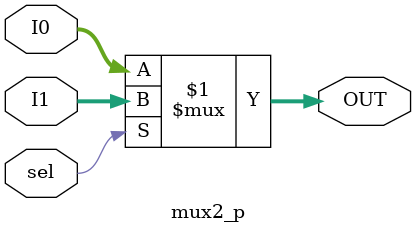
<source format=v>
`timescale 1ns / 1ps


module mux2_p(I0, I1, sel, OUT);
    parameter width = 32;
    
    input [width-1:0] I0, I1;
    input sel;
    output [width-1:0] OUT;
    
    assign OUT = (sel)?I1:I0;
endmodule

</source>
